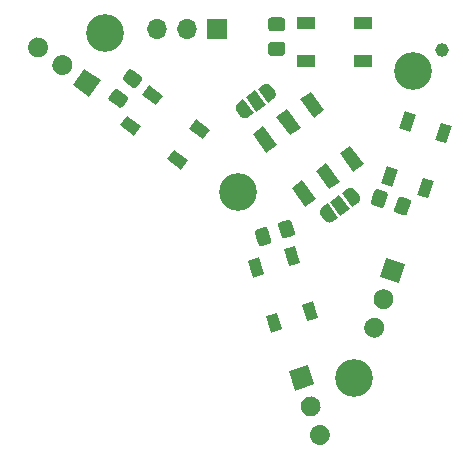
<source format=gbr>
%TF.GenerationSoftware,KiCad,Pcbnew,5.1.9*%
%TF.CreationDate,2021-01-26T18:39:52-05:00*%
%TF.ProjectId,penrosedart,70656e72-6f73-4656-9461-72742e6b6963,rev?*%
%TF.SameCoordinates,Original*%
%TF.FileFunction,Soldermask,Top*%
%TF.FilePolarity,Negative*%
%FSLAX46Y46*%
G04 Gerber Fmt 4.6, Leading zero omitted, Abs format (unit mm)*
G04 Created by KiCad (PCBNEW 5.1.9) date 2021-01-26 18:39:52*
%MOMM*%
%LPD*%
G01*
G04 APERTURE LIST*
%ADD10C,3.200000*%
%ADD11C,0.100000*%
%ADD12C,1.150000*%
%ADD13R,1.500000X1.000000*%
%ADD14O,1.700000X1.700000*%
%ADD15R,1.700000X1.700000*%
G04 APERTURE END LIST*
D10*
%TO.C,M3*%
X152196800Y-90474800D03*
%TD*%
%TO.C,M3*%
X162001200Y-106248200D03*
%TD*%
%TO.C,M3*%
X167030400Y-80238600D03*
%TD*%
%TO.C,M3*%
X140919200Y-77012800D03*
%TD*%
%TO.C,J1*%
G36*
G01*
X135750333Y-77567649D02*
X135750333Y-77567649D01*
G75*
G02*
X135938380Y-78754930I-499617J-687664D01*
G01*
X135938380Y-78754930D01*
G75*
G02*
X134751099Y-78942977I-687664J499617D01*
G01*
X134751099Y-78942977D01*
G75*
G02*
X134563052Y-77755696I499617J687664D01*
G01*
X134563052Y-77755696D01*
G75*
G02*
X135750333Y-77567649I687664J-499617D01*
G01*
G37*
G36*
G01*
X137805236Y-79060623D02*
X137805236Y-79060623D01*
G75*
G02*
X137993283Y-80247904I-499617J-687664D01*
G01*
X137993283Y-80247904D01*
G75*
G02*
X136806002Y-80435951I-687664J499617D01*
G01*
X136806002Y-80435951D01*
G75*
G02*
X136617955Y-79248670I499617J687664D01*
G01*
X136617955Y-79248670D01*
G75*
G02*
X137805236Y-79060623I687664J-499617D01*
G01*
G37*
D11*
G36*
X139172475Y-80053980D02*
G01*
X140547804Y-81053215D01*
X139548569Y-82428544D01*
X138173240Y-81429309D01*
X139172475Y-80053980D01*
G37*
%TD*%
D12*
%TO.C,MH*%
X169418000Y-78486000D03*
%TD*%
%TO.C,C1*%
G36*
G01*
X143295187Y-81652340D02*
X142526620Y-81093944D01*
G75*
G02*
X142471312Y-80744744I146946J202254D01*
G01*
X142868067Y-80198658D01*
G75*
G02*
X143217267Y-80143350I202254J-146946D01*
G01*
X143985834Y-80701746D01*
G75*
G02*
X144041142Y-81050946I-146946J-202254D01*
G01*
X143644387Y-81597032D01*
G75*
G02*
X143295187Y-81652340I-202254J146946D01*
G01*
G37*
G36*
G01*
X142075533Y-83331050D02*
X141306966Y-82772654D01*
G75*
G02*
X141251658Y-82423454I146946J202254D01*
G01*
X141648413Y-81877368D01*
G75*
G02*
X141997613Y-81822060I202254J-146946D01*
G01*
X142766180Y-82380456D01*
G75*
G02*
X142821488Y-82729656I-146946J-202254D01*
G01*
X142424733Y-83275742D01*
G75*
G02*
X142075533Y-83331050I-202254J146946D01*
G01*
G37*
%TD*%
%TO.C,C2*%
G36*
G01*
X166817650Y-91414200D02*
X166524084Y-92317704D01*
G75*
G02*
X166209066Y-92478214I-237764J77254D01*
G01*
X165567102Y-92269628D01*
G75*
G02*
X165406592Y-91954610I77254J237764D01*
G01*
X165700158Y-91051106D01*
G75*
G02*
X166015176Y-90890596I237764J-77254D01*
G01*
X166657140Y-91099182D01*
G75*
G02*
X166817650Y-91414200I-77254J-237764D01*
G01*
G37*
G36*
G01*
X164844208Y-90772990D02*
X164550642Y-91676494D01*
G75*
G02*
X164235624Y-91837004I-237764J77254D01*
G01*
X163593660Y-91628418D01*
G75*
G02*
X163433150Y-91313400I77254J237764D01*
G01*
X163726716Y-90409896D01*
G75*
G02*
X164041734Y-90249386I237764J-77254D01*
G01*
X164683698Y-90457972D01*
G75*
G02*
X164844208Y-90772990I-77254J-237764D01*
G01*
G37*
%TD*%
%TO.C,C3*%
G36*
G01*
X155870358Y-94267294D02*
X155576792Y-93363790D01*
G75*
G02*
X155737302Y-93048772I237764J77254D01*
G01*
X156379266Y-92840186D01*
G75*
G02*
X156694284Y-93000696I77254J-237764D01*
G01*
X156987850Y-93904200D01*
G75*
G02*
X156827340Y-94219218I-237764J-77254D01*
G01*
X156185376Y-94427804D01*
G75*
G02*
X155870358Y-94267294I-77254J237764D01*
G01*
G37*
G36*
G01*
X153896916Y-94908504D02*
X153603350Y-94005000D01*
G75*
G02*
X153763860Y-93689982I237764J77254D01*
G01*
X154405824Y-93481396D01*
G75*
G02*
X154720842Y-93641906I77254J-237764D01*
G01*
X155014408Y-94545410D01*
G75*
G02*
X154853898Y-94860428I-237764J-77254D01*
G01*
X154211934Y-95069014D01*
G75*
G02*
X153896916Y-94908504I-77254J237764D01*
G01*
G37*
%TD*%
%TO.C,C4*%
G36*
G01*
X155923000Y-78968000D02*
X154973000Y-78968000D01*
G75*
G02*
X154723000Y-78718000I0J250000D01*
G01*
X154723000Y-78043000D01*
G75*
G02*
X154973000Y-77793000I250000J0D01*
G01*
X155923000Y-77793000D01*
G75*
G02*
X156173000Y-78043000I0J-250000D01*
G01*
X156173000Y-78718000D01*
G75*
G02*
X155923000Y-78968000I-250000J0D01*
G01*
G37*
G36*
G01*
X155923000Y-76893000D02*
X154973000Y-76893000D01*
G75*
G02*
X154723000Y-76643000I0J250000D01*
G01*
X154723000Y-75968000D01*
G75*
G02*
X154973000Y-75718000I250000J0D01*
G01*
X155923000Y-75718000D01*
G75*
G02*
X156173000Y-75968000I0J-250000D01*
G01*
X156173000Y-76643000D01*
G75*
G02*
X155923000Y-76893000I-250000J0D01*
G01*
G37*
%TD*%
D11*
%TO.C,D1*%
G36*
X147949478Y-87799901D02*
G01*
X147361693Y-88608918D01*
X146148168Y-87727241D01*
X146735953Y-86918224D01*
X147949478Y-87799901D01*
G37*
G36*
X149830391Y-85211047D02*
G01*
X149242606Y-86020064D01*
X148029081Y-85138387D01*
X148616866Y-84329370D01*
X149830391Y-85211047D01*
G37*
G36*
X143985295Y-84919753D02*
G01*
X143397510Y-85728770D01*
X142183985Y-84847093D01*
X142771770Y-84038076D01*
X143985295Y-84919753D01*
G37*
G36*
X145866208Y-82330899D02*
G01*
X145278423Y-83139916D01*
X144064898Y-82258239D01*
X144652683Y-81449222D01*
X145866208Y-82330899D01*
G37*
%TD*%
%TO.C,D2*%
G36*
X164768742Y-88306785D02*
G01*
X165719799Y-88615802D01*
X165256274Y-90042387D01*
X164305217Y-89733370D01*
X164768742Y-88306785D01*
G37*
G36*
X167812123Y-89295640D02*
G01*
X168763180Y-89604657D01*
X168299655Y-91031242D01*
X167348598Y-90722225D01*
X167812123Y-89295640D01*
G37*
G36*
X166282925Y-83646608D02*
G01*
X167233982Y-83955625D01*
X166770457Y-85382210D01*
X165819400Y-85073193D01*
X166282925Y-83646608D01*
G37*
G36*
X169326306Y-84635463D02*
G01*
X170277363Y-84944480D01*
X169813838Y-86371065D01*
X168862781Y-86062048D01*
X169326306Y-84635463D01*
G37*
%TD*%
%TO.C,D3*%
G36*
X157461615Y-96482885D02*
G01*
X156510558Y-96791902D01*
X156047033Y-95365317D01*
X156998090Y-95056300D01*
X157461615Y-96482885D01*
G37*
G36*
X154418234Y-97471740D02*
G01*
X153467177Y-97780757D01*
X153003652Y-96354172D01*
X153954709Y-96045155D01*
X154418234Y-97471740D01*
G37*
G36*
X158975798Y-101143062D02*
G01*
X158024741Y-101452079D01*
X157561216Y-100025494D01*
X158512273Y-99716477D01*
X158975798Y-101143062D01*
G37*
G36*
X155932417Y-102131917D02*
G01*
X154981360Y-102440934D01*
X154517835Y-101014349D01*
X155468892Y-100705332D01*
X155932417Y-102131917D01*
G37*
%TD*%
D13*
%TO.C,D4*%
X162800826Y-79406432D03*
X162800826Y-76206432D03*
X157900826Y-79406432D03*
X157900826Y-76206432D03*
%TD*%
D11*
%TO.C,J2*%
G36*
X164212856Y-97707416D02*
G01*
X164738184Y-96090620D01*
X166354980Y-96615948D01*
X165829652Y-98232744D01*
X164212856Y-97707416D01*
G37*
G36*
G01*
X163690617Y-99314702D02*
X163690617Y-99314702D01*
G75*
G02*
X164761679Y-98768968I808398J-262664D01*
G01*
X164761679Y-98768968D01*
G75*
G02*
X165307413Y-99840030I-262664J-808398D01*
G01*
X165307413Y-99840030D01*
G75*
G02*
X164236351Y-100385764I-808398J262664D01*
G01*
X164236351Y-100385764D01*
G75*
G02*
X163690617Y-99314702I262664J808398D01*
G01*
G37*
G36*
G01*
X162905714Y-101730385D02*
X162905714Y-101730385D01*
G75*
G02*
X163976776Y-101184651I808398J-262664D01*
G01*
X163976776Y-101184651D01*
G75*
G02*
X164522510Y-102255713I-262664J-808398D01*
G01*
X164522510Y-102255713D01*
G75*
G02*
X163451448Y-102801447I-808398J262664D01*
G01*
X163451448Y-102801447D01*
G75*
G02*
X162905714Y-101730385I262664J808398D01*
G01*
G37*
%TD*%
%TO.C,J3*%
G36*
X156993925Y-107312459D02*
G01*
X156468597Y-105695663D01*
X158085393Y-105170335D01*
X158610721Y-106787131D01*
X156993925Y-107312459D01*
G37*
G36*
G01*
X157516164Y-108919745D02*
X157516164Y-108919745D01*
G75*
G02*
X158061898Y-107848683I808398J262664D01*
G01*
X158061898Y-107848683D01*
G75*
G02*
X159132960Y-108394417I262664J-808398D01*
G01*
X159132960Y-108394417D01*
G75*
G02*
X158587226Y-109465479I-808398J-262664D01*
G01*
X158587226Y-109465479D01*
G75*
G02*
X157516164Y-108919745I-262664J808398D01*
G01*
G37*
G36*
G01*
X158301067Y-111335428D02*
X158301067Y-111335428D01*
G75*
G02*
X158846801Y-110264366I808398J262664D01*
G01*
X158846801Y-110264366D01*
G75*
G02*
X159917863Y-110810100I262664J-808398D01*
G01*
X159917863Y-110810100D01*
G75*
G02*
X159372129Y-111881162I-808398J-262664D01*
G01*
X159372129Y-111881162D01*
G75*
G02*
X158301067Y-111335428I-262664J808398D01*
G01*
G37*
%TD*%
D14*
%TO.C,J4*%
X145310085Y-76679340D03*
X147850085Y-76679340D03*
D15*
X150390085Y-76679340D03*
%TD*%
D11*
%TO.C,JP1*%
G36*
X160771070Y-90717145D02*
G01*
X161652747Y-91930670D01*
X160843730Y-92518455D01*
X159962053Y-91304930D01*
X160771070Y-90717145D01*
G37*
G36*
X160196163Y-92988197D02*
G01*
X160176315Y-93002617D01*
X160133982Y-93027428D01*
X160089422Y-93047971D01*
X160043062Y-93064047D01*
X159995350Y-93075502D01*
X159946746Y-93082224D01*
X159897716Y-93084152D01*
X159848734Y-93081263D01*
X159800269Y-93073586D01*
X159752792Y-93061198D01*
X159706757Y-93044214D01*
X159662608Y-93022801D01*
X159620771Y-92997163D01*
X159581648Y-92967548D01*
X159545617Y-92934240D01*
X159513024Y-92897562D01*
X159498603Y-92877714D01*
X159498116Y-92878068D01*
X159204223Y-92473559D01*
X159204710Y-92473206D01*
X159190289Y-92453357D01*
X159165479Y-92411025D01*
X159144935Y-92366465D01*
X159128860Y-92320105D01*
X159117404Y-92272393D01*
X159110683Y-92223788D01*
X159108755Y-92174758D01*
X159111644Y-92125776D01*
X159119320Y-92077311D01*
X159131709Y-92029834D01*
X159148693Y-91983799D01*
X159170106Y-91939651D01*
X159195744Y-91897814D01*
X159225359Y-91858691D01*
X159258667Y-91822660D01*
X159295344Y-91790066D01*
X159315193Y-91775645D01*
X159314839Y-91775158D01*
X159759798Y-91451876D01*
X160641476Y-92665402D01*
X160196517Y-92988684D01*
X160196163Y-92988197D01*
G37*
G36*
X160973324Y-90570198D02*
G01*
X161418283Y-90246916D01*
X161418637Y-90247403D01*
X161438485Y-90232983D01*
X161480818Y-90208172D01*
X161525378Y-90187629D01*
X161571738Y-90171553D01*
X161619450Y-90160098D01*
X161668054Y-90153376D01*
X161717084Y-90151448D01*
X161766066Y-90154337D01*
X161814531Y-90162014D01*
X161862008Y-90174402D01*
X161908043Y-90191386D01*
X161952192Y-90212799D01*
X161994029Y-90238437D01*
X162033152Y-90268052D01*
X162069183Y-90301360D01*
X162101776Y-90338038D01*
X162116197Y-90357886D01*
X162116684Y-90357532D01*
X162410577Y-90762041D01*
X162410090Y-90762394D01*
X162424511Y-90782243D01*
X162449321Y-90824575D01*
X162469865Y-90869135D01*
X162485940Y-90915495D01*
X162497396Y-90963207D01*
X162504117Y-91011812D01*
X162506045Y-91060842D01*
X162503156Y-91109824D01*
X162495480Y-91158289D01*
X162483091Y-91205766D01*
X162466107Y-91251801D01*
X162444694Y-91295949D01*
X162419056Y-91337786D01*
X162389441Y-91376909D01*
X162356133Y-91412940D01*
X162319456Y-91445534D01*
X162299607Y-91459955D01*
X162299961Y-91460442D01*
X161855002Y-91783724D01*
X160973324Y-90570198D01*
G37*
%TD*%
%TO.C,JP2*%
G36*
X153835924Y-81756398D02*
G01*
X154280883Y-81433116D01*
X154281237Y-81433603D01*
X154301085Y-81419183D01*
X154343418Y-81394372D01*
X154387978Y-81373829D01*
X154434338Y-81357753D01*
X154482050Y-81346298D01*
X154530654Y-81339576D01*
X154579684Y-81337648D01*
X154628666Y-81340537D01*
X154677131Y-81348214D01*
X154724608Y-81360602D01*
X154770643Y-81377586D01*
X154814792Y-81398999D01*
X154856629Y-81424637D01*
X154895752Y-81454252D01*
X154931783Y-81487560D01*
X154964376Y-81524238D01*
X154978797Y-81544086D01*
X154979284Y-81543732D01*
X155273177Y-81948241D01*
X155272690Y-81948594D01*
X155287111Y-81968443D01*
X155311921Y-82010775D01*
X155332465Y-82055335D01*
X155348540Y-82101695D01*
X155359996Y-82149407D01*
X155366717Y-82198012D01*
X155368645Y-82247042D01*
X155365756Y-82296024D01*
X155358080Y-82344489D01*
X155345691Y-82391966D01*
X155328707Y-82438001D01*
X155307294Y-82482149D01*
X155281656Y-82523986D01*
X155252041Y-82563109D01*
X155218733Y-82599140D01*
X155182056Y-82631734D01*
X155162207Y-82646155D01*
X155162561Y-82646642D01*
X154717602Y-82969924D01*
X153835924Y-81756398D01*
G37*
G36*
X153058763Y-84174397D02*
G01*
X153038915Y-84188817D01*
X152996582Y-84213628D01*
X152952022Y-84234171D01*
X152905662Y-84250247D01*
X152857950Y-84261702D01*
X152809346Y-84268424D01*
X152760316Y-84270352D01*
X152711334Y-84267463D01*
X152662869Y-84259786D01*
X152615392Y-84247398D01*
X152569357Y-84230414D01*
X152525208Y-84209001D01*
X152483371Y-84183363D01*
X152444248Y-84153748D01*
X152408217Y-84120440D01*
X152375624Y-84083762D01*
X152361203Y-84063914D01*
X152360716Y-84064268D01*
X152066823Y-83659759D01*
X152067310Y-83659406D01*
X152052889Y-83639557D01*
X152028079Y-83597225D01*
X152007535Y-83552665D01*
X151991460Y-83506305D01*
X151980004Y-83458593D01*
X151973283Y-83409988D01*
X151971355Y-83360958D01*
X151974244Y-83311976D01*
X151981920Y-83263511D01*
X151994309Y-83216034D01*
X152011293Y-83169999D01*
X152032706Y-83125851D01*
X152058344Y-83084014D01*
X152087959Y-83044891D01*
X152121267Y-83008860D01*
X152157944Y-82976266D01*
X152177793Y-82961845D01*
X152177439Y-82961358D01*
X152622398Y-82638076D01*
X153504076Y-83851602D01*
X153059117Y-84174884D01*
X153058763Y-84174397D01*
G37*
G36*
X153633670Y-81903345D02*
G01*
X154515347Y-83116870D01*
X153706330Y-83704655D01*
X152824653Y-82491130D01*
X153633670Y-81903345D01*
G37*
%TD*%
%TO.C,SW1*%
G36*
X157458999Y-82647554D02*
G01*
X158348918Y-82000991D01*
X159495099Y-83578574D01*
X158605180Y-84225137D01*
X157458999Y-82647554D01*
G37*
G36*
X155436457Y-84117017D02*
G01*
X156326376Y-83470454D01*
X157472557Y-85048037D01*
X156582638Y-85694600D01*
X155436457Y-84117017D01*
G37*
G36*
X153413914Y-85586480D02*
G01*
X154303833Y-84939917D01*
X155450014Y-86517500D01*
X154560095Y-87164063D01*
X153413914Y-85586480D01*
G37*
G36*
X160779986Y-87218500D02*
G01*
X161669905Y-86571937D01*
X162816086Y-88149520D01*
X161926167Y-88796083D01*
X160779986Y-87218500D01*
G37*
G36*
X158757443Y-88687963D02*
G01*
X159647362Y-88041400D01*
X160793543Y-89618983D01*
X159903624Y-90265546D01*
X158757443Y-88687963D01*
G37*
G36*
X156734901Y-90157426D02*
G01*
X157624820Y-89510863D01*
X158771001Y-91088446D01*
X157881082Y-91735009D01*
X156734901Y-90157426D01*
G37*
%TD*%
M02*

</source>
